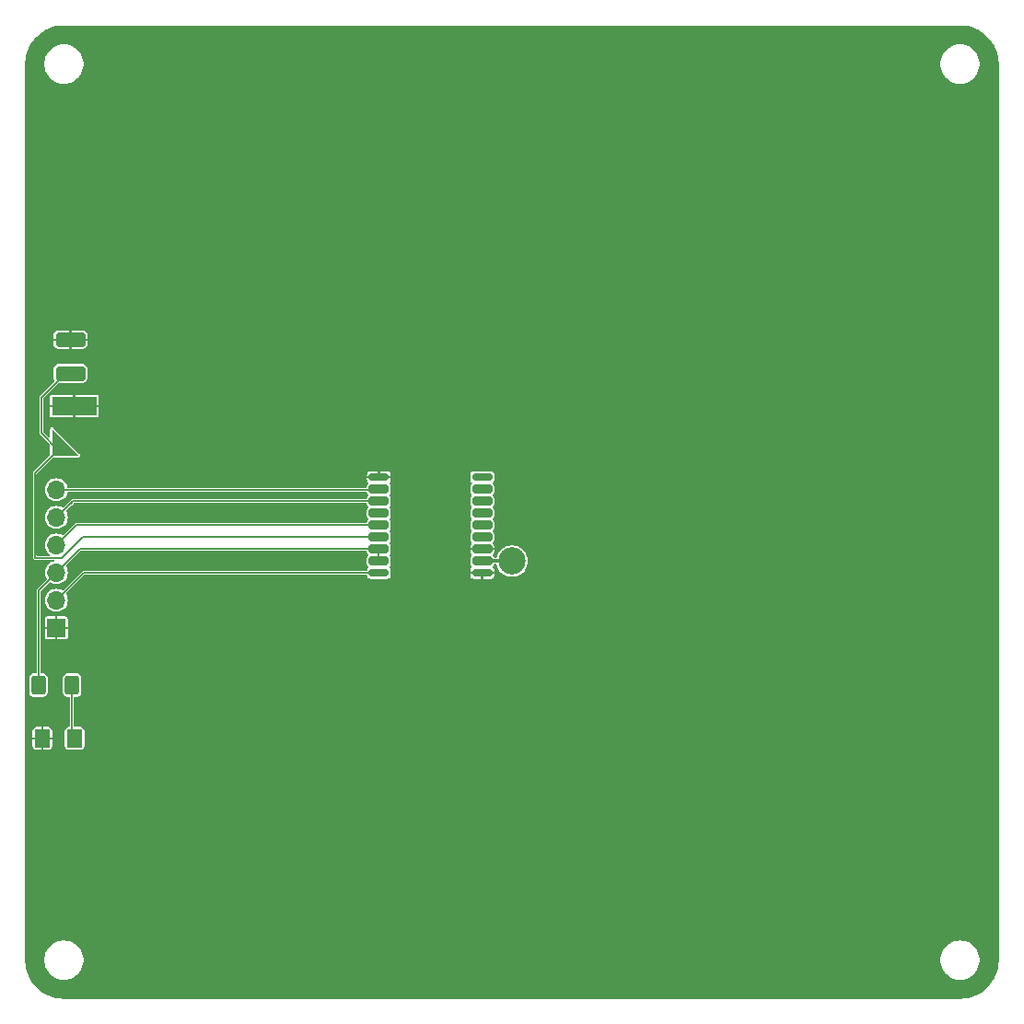
<source format=gbr>
%TF.GenerationSoftware,KiCad,Pcbnew,7.0.6-0*%
%TF.CreationDate,2024-12-08T09:24:40-03:00*%
%TF.ProjectId,CommsBoard,436f6d6d-7342-46f6-9172-642e6b696361,rev?*%
%TF.SameCoordinates,Original*%
%TF.FileFunction,Copper,L1,Top*%
%TF.FilePolarity,Positive*%
%FSLAX46Y46*%
G04 Gerber Fmt 4.6, Leading zero omitted, Abs format (unit mm)*
G04 Created by KiCad (PCBNEW 7.0.6-0) date 2024-12-08 09:24:40*
%MOMM*%
%LPD*%
G01*
G04 APERTURE LIST*
G04 Aperture macros list*
%AMRoundRect*
0 Rectangle with rounded corners*
0 $1 Rounding radius*
0 $2 $3 $4 $5 $6 $7 $8 $9 X,Y pos of 4 corners*
0 Add a 4 corners polygon primitive as box body*
4,1,4,$2,$3,$4,$5,$6,$7,$8,$9,$2,$3,0*
0 Add four circle primitives for the rounded corners*
1,1,$1+$1,$2,$3*
1,1,$1+$1,$4,$5*
1,1,$1+$1,$6,$7*
1,1,$1+$1,$8,$9*
0 Add four rect primitives between the rounded corners*
20,1,$1+$1,$2,$3,$4,$5,0*
20,1,$1+$1,$4,$5,$6,$7,0*
20,1,$1+$1,$6,$7,$8,$9,0*
20,1,$1+$1,$8,$9,$2,$3,0*%
%AMFreePoly0*
4,1,12,0.600035,0.600035,0.600050,0.600000,0.600050,-1.800000,0.600036,-1.800036,0.600000,-1.800050,0.599965,-1.800036,-1.800035,0.599965,-1.800050,0.600000,-1.800035,0.600035,-1.800000,0.600050,0.600000,0.600050,0.600035,0.600035,0.600035,0.600035,$1*%
G04 Aperture macros list end*
%TA.AperFunction,ComponentPad*%
%ADD10R,1.700000X1.700000*%
%TD*%
%TA.AperFunction,ComponentPad*%
%ADD11O,1.700000X1.700000*%
%TD*%
%TA.AperFunction,SMDPad,CuDef*%
%ADD12RoundRect,0.175000X-0.725000X-0.175000X0.725000X-0.175000X0.725000X0.175000X-0.725000X0.175000X0*%
%TD*%
%TA.AperFunction,SMDPad,CuDef*%
%ADD13RoundRect,0.200000X-0.700000X-0.200000X0.700000X-0.200000X0.700000X0.200000X-0.700000X0.200000X0*%
%TD*%
%TA.AperFunction,SMDPad,CuDef*%
%ADD14RoundRect,0.250000X0.400000X0.625000X-0.400000X0.625000X-0.400000X-0.625000X0.400000X-0.625000X0*%
%TD*%
%TA.AperFunction,SMDPad,CuDef*%
%ADD15RoundRect,0.250000X1.100000X-0.412500X1.100000X0.412500X-1.100000X0.412500X-1.100000X-0.412500X0*%
%TD*%
%TA.AperFunction,SMDPad,CuDef*%
%ADD16RoundRect,0.250001X-0.462499X-0.624999X0.462499X-0.624999X0.462499X0.624999X-0.462499X0.624999X0*%
%TD*%
%TA.AperFunction,SMDPad,CuDef*%
%ADD17FreePoly0,180.000000*%
%TD*%
%TA.AperFunction,SMDPad,CuDef*%
%ADD18R,4.100000X1.700000*%
%TD*%
%TA.AperFunction,SMDPad,CuDef*%
%ADD19C,2.500000*%
%TD*%
%TA.AperFunction,ViaPad*%
%ADD20C,0.609600*%
%TD*%
%TA.AperFunction,Conductor*%
%ADD21C,0.150000*%
%TD*%
%TA.AperFunction,Conductor*%
%ADD22C,0.319000*%
%TD*%
%TA.AperFunction,Conductor*%
%ADD23C,0.152400*%
%TD*%
G04 APERTURE END LIST*
D10*
%TO.P,J1,1,Pin_1*%
%TO.N,GND*%
X73610400Y-97550000D03*
D11*
%TO.P,J1,2,Pin_2*%
%TO.N,Net-(J1-Pin_2)*%
X73610400Y-95010000D03*
%TO.P,J1,3,Pin_3*%
%TO.N,Net-(J1-Pin_3)*%
X73610400Y-92470000D03*
%TO.P,J1,4,Pin_4*%
%TO.N,Net-(J1-Pin_4)*%
X73610400Y-89930000D03*
%TO.P,J1,5,Pin_5*%
%TO.N,Net-(J1-Pin_5)*%
X73610400Y-87390000D03*
%TO.P,J1,6,Pin_6*%
%TO.N,Net-(J1-Pin_6)*%
X73610400Y-84850000D03*
%TD*%
D12*
%TO.P,U1,1,GND*%
%TO.N,GND*%
X103270400Y-83690000D03*
D13*
%TO.P,U1,2,TXD*%
%TO.N,Net-(J1-Pin_6)*%
X103270400Y-84790000D03*
%TO.P,U1,3,RXD*%
%TO.N,Net-(J1-Pin_5)*%
X103270400Y-85890000D03*
%TO.P,U1,4,TIMEPULSE*%
%TO.N,unconnected-(U1-TIMEPULSE-Pad4)*%
X103270400Y-86990000D03*
%TO.P,U1,5,EXTINT*%
%TO.N,Net-(J1-Pin_4)*%
X103270400Y-88090000D03*
%TO.P,U1,6,V_BCKP*%
%TO.N,Net-(U1-V_BCKP)*%
X103270400Y-89190000D03*
%TO.P,U1,7,VCC_IO*%
%TO.N,Net-(J1-Pin_3)*%
X103270400Y-90290000D03*
%TO.P,U1,8,VCC*%
X103270400Y-91390000D03*
D12*
%TO.P,U1,9,~{RESET}*%
%TO.N,Net-(J1-Pin_2)*%
X103270400Y-92490000D03*
%TO.P,U1,10,GND*%
%TO.N,GND*%
X112770400Y-92490000D03*
D13*
%TO.P,U1,11,RF_IN*%
%TO.N,/RF_net*%
X112770400Y-91390000D03*
%TO.P,U1,12,GND*%
%TO.N,GND*%
X112770400Y-90290000D03*
%TO.P,U1,13,LNA_EN*%
%TO.N,unconnected-(U1-LNA_EN-Pad13)*%
X112770400Y-89190000D03*
%TO.P,U1,14,VCC_RF*%
%TO.N,unconnected-(U1-VCC_RF-Pad14)*%
X112770400Y-88090000D03*
%TO.P,U1,15,VIO_SEL*%
%TO.N,unconnected-(U1-VIO_SEL-Pad15)*%
X112770400Y-86990000D03*
%TO.P,U1,16,SDA*%
%TO.N,unconnected-(U1-SDA-Pad16)*%
X112770400Y-85890000D03*
%TO.P,U1,17,SCL*%
%TO.N,unconnected-(U1-SCL-Pad17)*%
X112770400Y-84790000D03*
D12*
%TO.P,U1,18,~{SAFEBOOT}*%
%TO.N,unconnected-(U1-~{SAFEBOOT}-Pad18)*%
X112770400Y-83690000D03*
%TD*%
D14*
%TO.P,R1,1*%
%TO.N,Net-(D1-A)*%
X75060400Y-102800000D03*
%TO.P,R1,2*%
%TO.N,Net-(J1-Pin_3)*%
X71960400Y-102800000D03*
%TD*%
D15*
%TO.P,C2,1*%
%TO.N,Net-(U1-V_BCKP)*%
X74910400Y-74162500D03*
%TO.P,C2,2*%
%TO.N,GND*%
X74910400Y-71037500D03*
%TD*%
D16*
%TO.P,D1,1,K*%
%TO.N,GND*%
X72322900Y-107700000D03*
%TO.P,D1,2,A*%
%TO.N,Net-(D1-A)*%
X75297900Y-107700000D03*
%TD*%
D17*
%TO.P,BT1,1*%
%TO.N,Net-(U1-V_BCKP)*%
X73810400Y-81110000D03*
D18*
%TO.P,BT1,2*%
%TO.N,GND*%
X75260400Y-77160000D03*
%TD*%
D19*
%TO.P,,1,RF@2*%
%TO.N,/RF_net*%
X115510400Y-91400000D03*
%TD*%
D20*
%TO.N,GND*%
X115910400Y-93210000D03*
X129610400Y-88100000D03*
X117510400Y-91410000D03*
X134310400Y-83500000D03*
X116810400Y-84900000D03*
X116710400Y-90010000D03*
X132910400Y-98100000D03*
X145510400Y-81600000D03*
X129810400Y-117000000D03*
X120310400Y-86500000D03*
X101210400Y-106500000D03*
X109510400Y-92510000D03*
X108710400Y-112800000D03*
X140910400Y-101600000D03*
X115110400Y-93210000D03*
X109610400Y-102100000D03*
X117310400Y-92210000D03*
X123010400Y-93800000D03*
X109410400Y-90310000D03*
X97310400Y-99400000D03*
X117310400Y-90610000D03*
X105010400Y-92100000D03*
X114310400Y-90010000D03*
X105010400Y-91000000D03*
X122010400Y-109300000D03*
X115110400Y-89610000D03*
X115910400Y-89610000D03*
X113010400Y-124000000D03*
X114310400Y-92810000D03*
X124410400Y-83700000D03*
X116710400Y-92810000D03*
X146110400Y-96800000D03*
X117210400Y-100800000D03*
X105510400Y-94400000D03*
X105210400Y-89500000D03*
%TD*%
D21*
%TO.N,Net-(J1-Pin_3)*%
X103270400Y-91390000D02*
X103270400Y-90290000D01*
%TO.N,Net-(J1-Pin_2)*%
X103270400Y-92490000D02*
X76130400Y-92490000D01*
X76130400Y-92490000D02*
X73610400Y-95010000D01*
%TO.N,Net-(J1-Pin_3)*%
X103270400Y-90290000D02*
X75790400Y-90290000D01*
X75790400Y-90290000D02*
X75645400Y-90435000D01*
%TO.N,Net-(U1-V_BCKP)*%
X103270400Y-89190000D02*
X76020400Y-89190000D01*
X71610400Y-83310000D02*
X73810400Y-81110000D01*
X76020400Y-89190000D02*
X74110400Y-91100000D01*
X74110400Y-91100000D02*
X71610400Y-91100000D01*
X71610400Y-91100000D02*
X71610400Y-83310000D01*
%TO.N,Net-(J1-Pin_4)*%
X103270400Y-88090000D02*
X75450400Y-88090000D01*
X75450400Y-88090000D02*
X73610400Y-89930000D01*
%TO.N,Net-(J1-Pin_5)*%
X73610400Y-87390000D02*
X75110400Y-85890000D01*
X75110400Y-85890000D02*
X103270400Y-85890000D01*
%TO.N,Net-(J1-Pin_6)*%
X73610400Y-84850000D02*
X103210400Y-84850000D01*
X103210400Y-84850000D02*
X103270400Y-84790000D01*
D22*
%TO.N,/RF_net*%
X115510400Y-91400000D02*
X112780400Y-91400000D01*
X112780400Y-91400000D02*
X112770400Y-91390000D01*
D21*
%TO.N,Net-(U1-V_BCKP)*%
X72210400Y-79600000D02*
X72210400Y-76390000D01*
X74437900Y-74162500D02*
X74910400Y-74162500D01*
X72210400Y-76390000D02*
X74437900Y-74162500D01*
X73720400Y-81110000D02*
X72210400Y-79600000D01*
X73810400Y-81110000D02*
X73720400Y-81110000D01*
%TO.N,Net-(J1-Pin_5)*%
X75030400Y-86100000D02*
X74965400Y-86035000D01*
D23*
%TO.N,Net-(J1-Pin_3)*%
X71960400Y-94120000D02*
X71960400Y-102800000D01*
X73610400Y-92470000D02*
X71960400Y-94120000D01*
X75645400Y-90435000D02*
X73610400Y-92470000D01*
D21*
%TO.N,Net-(J1-Pin_6)*%
X73695400Y-84935000D02*
X73610400Y-84850000D01*
%TO.N,Net-(D1-A)*%
X75060400Y-102800000D02*
X75060400Y-107462500D01*
X75060400Y-107462500D02*
X75297900Y-107700000D01*
%TD*%
%TA.AperFunction,Conductor*%
%TO.N,GND*%
G36*
X156649331Y-42150632D02*
G01*
X156656825Y-42150602D01*
X156656827Y-42150603D01*
X156682636Y-42150500D01*
X156682825Y-42150500D01*
X156701462Y-42150500D01*
X156703700Y-42150551D01*
X156852413Y-42157281D01*
X157046975Y-42166088D01*
X157051791Y-42166545D01*
X157392138Y-42215777D01*
X157396915Y-42216710D01*
X157730769Y-42299146D01*
X157735411Y-42300537D01*
X158059558Y-42415384D01*
X158064060Y-42417233D01*
X158375344Y-42563371D01*
X158379647Y-42565655D01*
X158675060Y-42741673D01*
X158679112Y-42744366D01*
X158955802Y-42948562D01*
X158959568Y-42951640D01*
X159214852Y-43182035D01*
X159218304Y-43185474D01*
X159449706Y-43439830D01*
X159452803Y-43443592D01*
X159604854Y-43647917D01*
X159658098Y-43719466D01*
X159660807Y-43723507D01*
X159837996Y-44018216D01*
X159840298Y-44022511D01*
X159987672Y-44333205D01*
X159989541Y-44337705D01*
X160105671Y-44661374D01*
X160107085Y-44666025D01*
X160140038Y-44797232D01*
X160190849Y-44999549D01*
X160191800Y-45004321D01*
X160192278Y-45007527D01*
X160242384Y-45344460D01*
X160242863Y-45349309D01*
X160259840Y-45693978D01*
X160259900Y-45696414D01*
X160259900Y-128093979D01*
X160259840Y-128096408D01*
X160242876Y-128441708D01*
X160242400Y-128446545D01*
X160191856Y-128787290D01*
X160190908Y-128792058D01*
X160107204Y-129126222D01*
X160105793Y-129130873D01*
X159989738Y-129455223D01*
X159987878Y-129459714D01*
X159840591Y-129771127D01*
X159838300Y-129775414D01*
X159661202Y-130070883D01*
X159658501Y-130074924D01*
X159453290Y-130351621D01*
X159450206Y-130355379D01*
X159218862Y-130610625D01*
X159215425Y-130614062D01*
X158960179Y-130845406D01*
X158956421Y-130848490D01*
X158679724Y-131053701D01*
X158675683Y-131056402D01*
X158380214Y-131233500D01*
X158375927Y-131235791D01*
X158064514Y-131383078D01*
X158060023Y-131384938D01*
X157735673Y-131500993D01*
X157731028Y-131502402D01*
X157396855Y-131586108D01*
X157392094Y-131587055D01*
X157051343Y-131637600D01*
X157046508Y-131638077D01*
X156754556Y-131652419D01*
X156730387Y-131650636D01*
X156726598Y-131649882D01*
X156724675Y-131649500D01*
X156724674Y-131649500D01*
X74301221Y-131649500D01*
X74298792Y-131649440D01*
X73954510Y-131632526D01*
X73949677Y-131632050D01*
X73609930Y-131581653D01*
X73605173Y-131580707D01*
X73271990Y-131497249D01*
X73267351Y-131495843D01*
X73157566Y-131456561D01*
X72943956Y-131380129D01*
X72939465Y-131378269D01*
X72628974Y-131231419D01*
X72624697Y-131229133D01*
X72330088Y-131052551D01*
X72326052Y-131049853D01*
X72050171Y-130845246D01*
X72046414Y-130842162D01*
X71878983Y-130690413D01*
X71791917Y-130611501D01*
X71788498Y-130608082D01*
X71593210Y-130392614D01*
X71557837Y-130353585D01*
X71554753Y-130349828D01*
X71350146Y-130073947D01*
X71347451Y-130069916D01*
X71170861Y-129775295D01*
X71168580Y-129771025D01*
X71147637Y-129726745D01*
X71021729Y-129460533D01*
X71019870Y-129456043D01*
X70937466Y-129225741D01*
X70904152Y-129132635D01*
X70902753Y-129128022D01*
X70819288Y-128794810D01*
X70818348Y-128790084D01*
X70767946Y-128450304D01*
X70767473Y-128445508D01*
X70757128Y-128234932D01*
X72499500Y-128234932D01*
X72539719Y-128501766D01*
X72539721Y-128501776D01*
X72619262Y-128759640D01*
X72619262Y-128759641D01*
X72736349Y-129002774D01*
X72888365Y-129225741D01*
X72888368Y-129225744D01*
X72888370Y-129225747D01*
X73071912Y-129423559D01*
X73071918Y-129423565D01*
X73282889Y-129591808D01*
X73282898Y-129591815D01*
X73516602Y-129726743D01*
X73767805Y-129825334D01*
X74030897Y-129885383D01*
X74111587Y-129891429D01*
X74232618Y-129900500D01*
X74232624Y-129900500D01*
X74367382Y-129900500D01*
X74477408Y-129892254D01*
X74569103Y-129885383D01*
X74832195Y-129825334D01*
X75083398Y-129726743D01*
X75317102Y-129591815D01*
X75482751Y-129459714D01*
X75528081Y-129423565D01*
X75528087Y-129423559D01*
X75711629Y-129225747D01*
X75711635Y-129225741D01*
X75863651Y-129002775D01*
X75980738Y-128759641D01*
X76060280Y-128501772D01*
X76100500Y-128234932D01*
X154899500Y-128234932D01*
X154939719Y-128501766D01*
X154939721Y-128501776D01*
X155019261Y-128759640D01*
X155019262Y-128759641D01*
X155136349Y-129002774D01*
X155288365Y-129225741D01*
X155288368Y-129225744D01*
X155288370Y-129225747D01*
X155471912Y-129423559D01*
X155471918Y-129423565D01*
X155682889Y-129591808D01*
X155682898Y-129591815D01*
X155916602Y-129726743D01*
X156167805Y-129825334D01*
X156430897Y-129885383D01*
X156511587Y-129891429D01*
X156632618Y-129900500D01*
X156632624Y-129900500D01*
X156767382Y-129900500D01*
X156877408Y-129892254D01*
X156969103Y-129885383D01*
X157232195Y-129825334D01*
X157483398Y-129726743D01*
X157717102Y-129591815D01*
X157882751Y-129459714D01*
X157928081Y-129423565D01*
X157928087Y-129423559D01*
X158111629Y-129225747D01*
X158111635Y-129225741D01*
X158263651Y-129002775D01*
X158380738Y-128759641D01*
X158460280Y-128501772D01*
X158500500Y-128234929D01*
X158500500Y-127965071D01*
X158460280Y-127698228D01*
X158380738Y-127440359D01*
X158263651Y-127197226D01*
X158111635Y-126974259D01*
X158111629Y-126974252D01*
X157928087Y-126776440D01*
X157928081Y-126776434D01*
X157717110Y-126608191D01*
X157717108Y-126608189D01*
X157717102Y-126608185D01*
X157483398Y-126473257D01*
X157483395Y-126473256D01*
X157483391Y-126473254D01*
X157232197Y-126374666D01*
X156969107Y-126314618D01*
X156969098Y-126314616D01*
X156767382Y-126299500D01*
X156767376Y-126299500D01*
X156632624Y-126299500D01*
X156632618Y-126299500D01*
X156430901Y-126314616D01*
X156430892Y-126314618D01*
X156167802Y-126374666D01*
X155916608Y-126473254D01*
X155916599Y-126473258D01*
X155796344Y-126542687D01*
X155682898Y-126608185D01*
X155682894Y-126608187D01*
X155682894Y-126608188D01*
X155682889Y-126608191D01*
X155471918Y-126776434D01*
X155471912Y-126776440D01*
X155288370Y-126974252D01*
X155288365Y-126974258D01*
X155288365Y-126974259D01*
X155136349Y-127197225D01*
X155136349Y-127197226D01*
X155136345Y-127197232D01*
X155019262Y-127440356D01*
X154939721Y-127698223D01*
X154939719Y-127698233D01*
X154899500Y-127965067D01*
X154899500Y-128234932D01*
X76100500Y-128234932D01*
X76100500Y-128234929D01*
X76100500Y-127965071D01*
X76060280Y-127698228D01*
X75980738Y-127440359D01*
X75863651Y-127197226D01*
X75711635Y-126974259D01*
X75711629Y-126974252D01*
X75528087Y-126776440D01*
X75528081Y-126776434D01*
X75317110Y-126608191D01*
X75317108Y-126608189D01*
X75317102Y-126608185D01*
X75083398Y-126473257D01*
X75083395Y-126473256D01*
X75083391Y-126473254D01*
X74832197Y-126374666D01*
X74569107Y-126314618D01*
X74569098Y-126314616D01*
X74367382Y-126299500D01*
X74367376Y-126299500D01*
X74232624Y-126299500D01*
X74232618Y-126299500D01*
X74030901Y-126314616D01*
X74030892Y-126314618D01*
X73767802Y-126374666D01*
X73516608Y-126473254D01*
X73516599Y-126473258D01*
X73396344Y-126542687D01*
X73282898Y-126608185D01*
X73282894Y-126608187D01*
X73282894Y-126608188D01*
X73282889Y-126608191D01*
X73071918Y-126776434D01*
X73071912Y-126776440D01*
X72888370Y-126974252D01*
X72888365Y-126974258D01*
X72888365Y-126974259D01*
X72736349Y-127197225D01*
X72736349Y-127197226D01*
X72736345Y-127197232D01*
X72619262Y-127440356D01*
X72539721Y-127698223D01*
X72539719Y-127698233D01*
X72499500Y-127965067D01*
X72499500Y-128234932D01*
X70757128Y-128234932D01*
X70757128Y-128234923D01*
X70750560Y-128101208D01*
X70750500Y-128098779D01*
X70750500Y-108379210D01*
X71410400Y-108379210D01*
X71413250Y-108409600D01*
X71458055Y-108537648D01*
X71538603Y-108646786D01*
X71538613Y-108646796D01*
X71647751Y-108727344D01*
X71775799Y-108772149D01*
X71806189Y-108774999D01*
X71806191Y-108775000D01*
X72222899Y-108775000D01*
X72222900Y-108774999D01*
X72222900Y-107800000D01*
X72422900Y-107800000D01*
X72422900Y-108774999D01*
X72422901Y-108775000D01*
X72839609Y-108775000D01*
X72839610Y-108774999D01*
X72870000Y-108772149D01*
X72998048Y-108727344D01*
X73107186Y-108646796D01*
X73107196Y-108646786D01*
X73187744Y-108537648D01*
X73232549Y-108409600D01*
X73235399Y-108379210D01*
X73235400Y-108379209D01*
X73235400Y-107800001D01*
X73235399Y-107800000D01*
X72422900Y-107800000D01*
X72222900Y-107800000D01*
X71410401Y-107800000D01*
X71410400Y-107800001D01*
X71410400Y-108379210D01*
X70750500Y-108379210D01*
X70750500Y-107599999D01*
X71410400Y-107599999D01*
X71410401Y-107600000D01*
X72222899Y-107600000D01*
X72222900Y-107599999D01*
X72422900Y-107599999D01*
X72422901Y-107600000D01*
X73235399Y-107600000D01*
X73235400Y-107599999D01*
X73235400Y-107020791D01*
X73235399Y-107020789D01*
X73232549Y-106990399D01*
X73187744Y-106862351D01*
X73107196Y-106753213D01*
X73107186Y-106753203D01*
X72998048Y-106672655D01*
X72870000Y-106627850D01*
X72839610Y-106625000D01*
X72422901Y-106625000D01*
X72422900Y-106625001D01*
X72422900Y-107599999D01*
X72222900Y-107599999D01*
X72222900Y-106625001D01*
X72222899Y-106625000D01*
X71806189Y-106625000D01*
X71775799Y-106627850D01*
X71647751Y-106672655D01*
X71538613Y-106753203D01*
X71538603Y-106753213D01*
X71458055Y-106862351D01*
X71413250Y-106990399D01*
X71410400Y-107020789D01*
X71410400Y-107599999D01*
X70750500Y-107599999D01*
X70750500Y-103479274D01*
X71109900Y-103479274D01*
X71112753Y-103509694D01*
X71112755Y-103509703D01*
X71157607Y-103637883D01*
X71238245Y-103747144D01*
X71238247Y-103747146D01*
X71238250Y-103747150D01*
X71238253Y-103747152D01*
X71238255Y-103747154D01*
X71347516Y-103827792D01*
X71347517Y-103827792D01*
X71347518Y-103827793D01*
X71475701Y-103872646D01*
X71506125Y-103875499D01*
X71506127Y-103875500D01*
X71506134Y-103875500D01*
X72414673Y-103875500D01*
X72414673Y-103875499D01*
X72445099Y-103872646D01*
X72573282Y-103827793D01*
X72682550Y-103747150D01*
X72763193Y-103637882D01*
X72808046Y-103509699D01*
X72810899Y-103479274D01*
X74209900Y-103479274D01*
X74212753Y-103509694D01*
X74212755Y-103509703D01*
X74257607Y-103637883D01*
X74338245Y-103747144D01*
X74338247Y-103747146D01*
X74338250Y-103747150D01*
X74338253Y-103747152D01*
X74338255Y-103747154D01*
X74447516Y-103827792D01*
X74447517Y-103827792D01*
X74447518Y-103827793D01*
X74575701Y-103872646D01*
X74606125Y-103875499D01*
X74606127Y-103875500D01*
X74606134Y-103875500D01*
X74795900Y-103875500D01*
X74854091Y-103894407D01*
X74890055Y-103943907D01*
X74894900Y-103974500D01*
X74894900Y-106525500D01*
X74875993Y-106583691D01*
X74826493Y-106619655D01*
X74795906Y-106624500D01*
X74781135Y-106624500D01*
X74750705Y-106627353D01*
X74750702Y-106627353D01*
X74750702Y-106627354D01*
X74736517Y-106632317D01*
X74622514Y-106672208D01*
X74513255Y-106752845D01*
X74513245Y-106752855D01*
X74432608Y-106862114D01*
X74387753Y-106990305D01*
X74384900Y-107020726D01*
X74384900Y-108379265D01*
X74387753Y-108409694D01*
X74432608Y-108537885D01*
X74513245Y-108647144D01*
X74513247Y-108647146D01*
X74513250Y-108647150D01*
X74513253Y-108647152D01*
X74513255Y-108647154D01*
X74622514Y-108727791D01*
X74622516Y-108727791D01*
X74622518Y-108727793D01*
X74750702Y-108772646D01*
X74781135Y-108775500D01*
X75814664Y-108775499D01*
X75814665Y-108775499D01*
X75820750Y-108774928D01*
X75845098Y-108772646D01*
X75973282Y-108727793D01*
X75973891Y-108727344D01*
X76009704Y-108700912D01*
X76082550Y-108647150D01*
X76163193Y-108537882D01*
X76208046Y-108409698D01*
X76210900Y-108379265D01*
X76210899Y-107020736D01*
X76208046Y-106990302D01*
X76163193Y-106862118D01*
X76163191Y-106862116D01*
X76163191Y-106862114D01*
X76082554Y-106752855D01*
X76082552Y-106752853D01*
X76082550Y-106752850D01*
X76082546Y-106752847D01*
X76082544Y-106752845D01*
X75973285Y-106672208D01*
X75959097Y-106667243D01*
X75845098Y-106627354D01*
X75845096Y-106627353D01*
X75845094Y-106627353D01*
X75814673Y-106624500D01*
X75814665Y-106624500D01*
X75324900Y-106624500D01*
X75266709Y-106605593D01*
X75230745Y-106556093D01*
X75225900Y-106525500D01*
X75225900Y-103974500D01*
X75244807Y-103916309D01*
X75294307Y-103880345D01*
X75324900Y-103875500D01*
X75514673Y-103875500D01*
X75514673Y-103875499D01*
X75545099Y-103872646D01*
X75673282Y-103827793D01*
X75782550Y-103747150D01*
X75863193Y-103637882D01*
X75908046Y-103509699D01*
X75910899Y-103479273D01*
X75910900Y-103479273D01*
X75910900Y-102120726D01*
X75910899Y-102120725D01*
X75908046Y-102090305D01*
X75908046Y-102090301D01*
X75863193Y-101962118D01*
X75782550Y-101852850D01*
X75782546Y-101852847D01*
X75782544Y-101852845D01*
X75673283Y-101772207D01*
X75545103Y-101727355D01*
X75545094Y-101727353D01*
X75514674Y-101724500D01*
X75514666Y-101724500D01*
X74606134Y-101724500D01*
X74606125Y-101724500D01*
X74575705Y-101727353D01*
X74575696Y-101727355D01*
X74447516Y-101772207D01*
X74338255Y-101852845D01*
X74338245Y-101852855D01*
X74257607Y-101962116D01*
X74212755Y-102090296D01*
X74212753Y-102090305D01*
X74209900Y-102120725D01*
X74209900Y-103479274D01*
X72810899Y-103479274D01*
X72810899Y-103479273D01*
X72810900Y-103479273D01*
X72810900Y-102120726D01*
X72810899Y-102120725D01*
X72808046Y-102090305D01*
X72808046Y-102090301D01*
X72763193Y-101962118D01*
X72682550Y-101852850D01*
X72682546Y-101852847D01*
X72682544Y-101852845D01*
X72573283Y-101772207D01*
X72445103Y-101727355D01*
X72445094Y-101727353D01*
X72414674Y-101724500D01*
X72414666Y-101724500D01*
X72226100Y-101724500D01*
X72167909Y-101705593D01*
X72131945Y-101656093D01*
X72127100Y-101625500D01*
X72127100Y-98419700D01*
X72560400Y-98419700D01*
X72572003Y-98478036D01*
X72616206Y-98544189D01*
X72616210Y-98544193D01*
X72682363Y-98588396D01*
X72740699Y-98599999D01*
X72740703Y-98600000D01*
X73510399Y-98600000D01*
X73510400Y-98599999D01*
X73510400Y-98040764D01*
X73574637Y-98050000D01*
X73646163Y-98050000D01*
X73710400Y-98040764D01*
X73710400Y-98599999D01*
X73710401Y-98600000D01*
X74480097Y-98600000D01*
X74480100Y-98599999D01*
X74538436Y-98588396D01*
X74604589Y-98544193D01*
X74604593Y-98544189D01*
X74648796Y-98478036D01*
X74660399Y-98419700D01*
X74660400Y-98419697D01*
X74660400Y-97650001D01*
X74660399Y-97650000D01*
X74102146Y-97650000D01*
X74110400Y-97621889D01*
X74110400Y-97478111D01*
X74102146Y-97450000D01*
X74660399Y-97450000D01*
X74660400Y-97449999D01*
X74660400Y-96680302D01*
X74660399Y-96680299D01*
X74648796Y-96621963D01*
X74604593Y-96555810D01*
X74604589Y-96555806D01*
X74538436Y-96511603D01*
X74480100Y-96500000D01*
X73710400Y-96500000D01*
X73710400Y-97059235D01*
X73646163Y-97050000D01*
X73574637Y-97050000D01*
X73510400Y-97059235D01*
X73510400Y-96500000D01*
X72740699Y-96500000D01*
X72682363Y-96511603D01*
X72616210Y-96555806D01*
X72616206Y-96555810D01*
X72572003Y-96621963D01*
X72560400Y-96680299D01*
X72560400Y-97449999D01*
X72560401Y-97450000D01*
X73118654Y-97450000D01*
X73110400Y-97478111D01*
X73110400Y-97621889D01*
X73118654Y-97650000D01*
X72560401Y-97650000D01*
X72560400Y-97650001D01*
X72560400Y-98419700D01*
X72127100Y-98419700D01*
X72127100Y-94230056D01*
X72146007Y-94171865D01*
X72156090Y-94160058D01*
X72935874Y-93380273D01*
X72990389Y-93352498D01*
X73050821Y-93362069D01*
X73052506Y-93362948D01*
X73206446Y-93445232D01*
X73344397Y-93487078D01*
X73404465Y-93505300D01*
X73404470Y-93505301D01*
X73610397Y-93525583D01*
X73610400Y-93525583D01*
X73610403Y-93525583D01*
X73816329Y-93505301D01*
X73816334Y-93505300D01*
X73816333Y-93505299D01*
X74014354Y-93445232D01*
X74196850Y-93347685D01*
X74356810Y-93216410D01*
X74488085Y-93056450D01*
X74585632Y-92873954D01*
X74645700Y-92675934D01*
X74645701Y-92675929D01*
X74665983Y-92470003D01*
X74665983Y-92469996D01*
X74645701Y-92264070D01*
X74645700Y-92264065D01*
X74594137Y-92094084D01*
X74585632Y-92066046D01*
X74503368Y-91912143D01*
X74492613Y-91851912D01*
X74519314Y-91796861D01*
X74520676Y-91795472D01*
X74821379Y-91494770D01*
X75777588Y-90538562D01*
X75777591Y-90538555D01*
X75781876Y-90533087D01*
X75785840Y-90528611D01*
X75829957Y-90484495D01*
X75884475Y-90456718D01*
X75899960Y-90455500D01*
X102074890Y-90455500D01*
X102133081Y-90474407D01*
X102169045Y-90523907D01*
X102172671Y-90539014D01*
X102184752Y-90615300D01*
X102184754Y-90615304D01*
X102242350Y-90728342D01*
X102284006Y-90769998D01*
X102311782Y-90824513D01*
X102302211Y-90884945D01*
X102284007Y-90910000D01*
X102259508Y-90934500D01*
X102242349Y-90951659D01*
X102184754Y-91064695D01*
X102169900Y-91158477D01*
X102169900Y-91621520D01*
X102169901Y-91621523D01*
X102184752Y-91715299D01*
X102184754Y-91715304D01*
X102242350Y-91828342D01*
X102301683Y-91887675D01*
X102329459Y-91942190D01*
X102319888Y-92002622D01*
X102301682Y-92027680D01*
X102235574Y-92093788D01*
X102180535Y-92206373D01*
X102180534Y-92206375D01*
X102175667Y-92239774D01*
X102148570Y-92294629D01*
X102094402Y-92323081D01*
X102077703Y-92324500D01*
X76154433Y-92324500D01*
X76136587Y-92322878D01*
X76120109Y-92319858D01*
X76120105Y-92319858D01*
X76087369Y-92330059D01*
X76084488Y-92330862D01*
X76051187Y-92339070D01*
X76048508Y-92340476D01*
X76047665Y-92340825D01*
X76045538Y-92342024D01*
X76044794Y-92342572D01*
X76042217Y-92344129D01*
X76017968Y-92368378D01*
X76015793Y-92370426D01*
X75990117Y-92393173D01*
X75988416Y-92395638D01*
X75976951Y-92409395D01*
X74286031Y-94100315D01*
X74231514Y-94128092D01*
X74171082Y-94118521D01*
X74169430Y-94117659D01*
X74014354Y-94034768D01*
X74014353Y-94034767D01*
X73816334Y-93974699D01*
X73816329Y-93974698D01*
X73610403Y-93954417D01*
X73610397Y-93954417D01*
X73404470Y-93974698D01*
X73404465Y-93974699D01*
X73206445Y-94034768D01*
X73023947Y-94132316D01*
X72863995Y-94263585D01*
X72863985Y-94263595D01*
X72732716Y-94423547D01*
X72635168Y-94606045D01*
X72575099Y-94804065D01*
X72575098Y-94804070D01*
X72554817Y-95009996D01*
X72554817Y-95010003D01*
X72575098Y-95215929D01*
X72575099Y-95215934D01*
X72635168Y-95413954D01*
X72732716Y-95596452D01*
X72863985Y-95756404D01*
X72863990Y-95756410D01*
X72863995Y-95756414D01*
X73023947Y-95887683D01*
X73023948Y-95887683D01*
X73023950Y-95887685D01*
X73206446Y-95985232D01*
X73344397Y-96027078D01*
X73404465Y-96045300D01*
X73404470Y-96045301D01*
X73610397Y-96065583D01*
X73610400Y-96065583D01*
X73610403Y-96065583D01*
X73816329Y-96045301D01*
X73816334Y-96045300D01*
X73816333Y-96045300D01*
X74014354Y-95985232D01*
X74196850Y-95887685D01*
X74356810Y-95756410D01*
X74488085Y-95596450D01*
X74585632Y-95413954D01*
X74645700Y-95215934D01*
X74645701Y-95215929D01*
X74665983Y-95010003D01*
X74665983Y-95009996D01*
X74645701Y-94804070D01*
X74645700Y-94804065D01*
X74627478Y-94743996D01*
X74585632Y-94606046D01*
X74502777Y-94451038D01*
X74492022Y-94390806D01*
X74518723Y-94335755D01*
X74520033Y-94334417D01*
X76169955Y-92684496D01*
X76224473Y-92656719D01*
X76239960Y-92655500D01*
X102077703Y-92655500D01*
X102135894Y-92674407D01*
X102171858Y-92723907D01*
X102175667Y-92740219D01*
X102180534Y-92773625D01*
X102235574Y-92886211D01*
X102324189Y-92974826D01*
X102436775Y-93029866D01*
X102509764Y-93040500D01*
X102509767Y-93040500D01*
X104031032Y-93040500D01*
X104031036Y-93040500D01*
X104104025Y-93029866D01*
X104216611Y-92974826D01*
X104305226Y-92886211D01*
X104360266Y-92773625D01*
X104370900Y-92700636D01*
X104370900Y-92700584D01*
X111670399Y-92700584D01*
X111681020Y-92773480D01*
X111735986Y-92885915D01*
X111824484Y-92974413D01*
X111936919Y-93029379D01*
X112009815Y-93040000D01*
X112670399Y-93040000D01*
X112670400Y-93039999D01*
X112670400Y-92590000D01*
X112870400Y-92590000D01*
X112870400Y-93039999D01*
X112870401Y-93040000D01*
X113530984Y-93040000D01*
X113603880Y-93029379D01*
X113716315Y-92974413D01*
X113804813Y-92885915D01*
X113859779Y-92773480D01*
X113870400Y-92700584D01*
X113870400Y-92590001D01*
X113870399Y-92590000D01*
X112870400Y-92590000D01*
X112670400Y-92590000D01*
X111670401Y-92590000D01*
X111670400Y-92590001D01*
X111670400Y-92700584D01*
X111670399Y-92700584D01*
X104370900Y-92700584D01*
X104370900Y-92279364D01*
X104360266Y-92206375D01*
X104305226Y-92093789D01*
X104239115Y-92027678D01*
X104211340Y-91973164D01*
X104220911Y-91912732D01*
X104239115Y-91887676D01*
X104298450Y-91828342D01*
X104356046Y-91715304D01*
X104370900Y-91621520D01*
X111669900Y-91621520D01*
X111669901Y-91621523D01*
X111684752Y-91715299D01*
X111684754Y-91715304D01*
X111742350Y-91828342D01*
X111802037Y-91888029D01*
X111829813Y-91942544D01*
X111820242Y-92002976D01*
X111802036Y-92028035D01*
X111735986Y-92094084D01*
X111681020Y-92206519D01*
X111670400Y-92279415D01*
X111670400Y-92389999D01*
X111670401Y-92390000D01*
X113870399Y-92390000D01*
X113870400Y-92389999D01*
X113870400Y-92279415D01*
X113859779Y-92206519D01*
X113804813Y-92094084D01*
X113738764Y-92028035D01*
X113710986Y-91973519D01*
X113720557Y-91913087D01*
X113738761Y-91888030D01*
X113798450Y-91828342D01*
X113856046Y-91715304D01*
X113856045Y-91715304D01*
X113859584Y-91708361D01*
X113861594Y-91709385D01*
X113890994Y-91668913D01*
X113949183Y-91650000D01*
X114000368Y-91650000D01*
X114058559Y-91668907D01*
X114094523Y-91718407D01*
X114096339Y-91724697D01*
X114128847Y-91853074D01*
X114133790Y-91872591D01*
X114177905Y-91973164D01*
X114230350Y-92092727D01*
X114230353Y-92092732D01*
X114361825Y-92293964D01*
X114361827Y-92293966D01*
X114361829Y-92293969D01*
X114524636Y-92470825D01*
X114714333Y-92618472D01*
X114836335Y-92684496D01*
X114909159Y-92723907D01*
X114925744Y-92732882D01*
X115153103Y-92810934D01*
X115390208Y-92850500D01*
X115630592Y-92850500D01*
X115867697Y-92810934D01*
X116095056Y-92732882D01*
X116306467Y-92618472D01*
X116496164Y-92470825D01*
X116658971Y-92293969D01*
X116790449Y-92092728D01*
X116887010Y-91872591D01*
X116946020Y-91639563D01*
X116965871Y-91400000D01*
X116946020Y-91160437D01*
X116887010Y-90927409D01*
X116790449Y-90707272D01*
X116790446Y-90707267D01*
X116658974Y-90506035D01*
X116658972Y-90506033D01*
X116658971Y-90506031D01*
X116496164Y-90329175D01*
X116342271Y-90209395D01*
X116306470Y-90181530D01*
X116306467Y-90181528D01*
X116095059Y-90067119D01*
X116018941Y-90040988D01*
X115867697Y-89989066D01*
X115867694Y-89989065D01*
X115867693Y-89989065D01*
X115630592Y-89949500D01*
X115390208Y-89949500D01*
X115153106Y-89989065D01*
X114925740Y-90067119D01*
X114714332Y-90181528D01*
X114714329Y-90181530D01*
X114524639Y-90329172D01*
X114361825Y-90506035D01*
X114230353Y-90707267D01*
X114230350Y-90707272D01*
X114133788Y-90927414D01*
X114096339Y-91075303D01*
X114063725Y-91127071D01*
X114006912Y-91149784D01*
X114000368Y-91150000D01*
X113954110Y-91150000D01*
X113895919Y-91131093D01*
X113859955Y-91081593D01*
X113856330Y-91066495D01*
X113856046Y-91064696D01*
X113798450Y-90951658D01*
X113756440Y-90909648D01*
X113728665Y-90855134D01*
X113738236Y-90794702D01*
X113756442Y-90769643D01*
X113798041Y-90728043D01*
X113855563Y-90615151D01*
X113855564Y-90615147D01*
X113870400Y-90521484D01*
X113870399Y-90390000D01*
X111670402Y-90390000D01*
X111670401Y-90390001D01*
X111670401Y-90521485D01*
X111685233Y-90615141D01*
X111685236Y-90615151D01*
X111742758Y-90728043D01*
X111784358Y-90769643D01*
X111812135Y-90824160D01*
X111802564Y-90884592D01*
X111784360Y-90909647D01*
X111759508Y-90934500D01*
X111742349Y-90951659D01*
X111684754Y-91064695D01*
X111669900Y-91158477D01*
X111669900Y-91621520D01*
X104370900Y-91621520D01*
X104370900Y-91621519D01*
X104370899Y-91158482D01*
X104365924Y-91127071D01*
X104356047Y-91064700D01*
X104356046Y-91064698D01*
X104356046Y-91064696D01*
X104298450Y-90951658D01*
X104256793Y-90910001D01*
X104229018Y-90855487D01*
X104238589Y-90795055D01*
X104256792Y-90769999D01*
X104298450Y-90728342D01*
X104356046Y-90615304D01*
X104370900Y-90521519D01*
X104370899Y-90058482D01*
X104359906Y-89989066D01*
X104356047Y-89964700D01*
X104356046Y-89964698D01*
X104356046Y-89964696D01*
X104298450Y-89851658D01*
X104256793Y-89810001D01*
X104229018Y-89755487D01*
X104238589Y-89695055D01*
X104256792Y-89669999D01*
X104298450Y-89628342D01*
X104356046Y-89515304D01*
X104370900Y-89421520D01*
X111669900Y-89421520D01*
X111669901Y-89421523D01*
X111684752Y-89515299D01*
X111684754Y-89515304D01*
X111742350Y-89628342D01*
X111784359Y-89670351D01*
X111812135Y-89724866D01*
X111802564Y-89785298D01*
X111784358Y-89810357D01*
X111742758Y-89851956D01*
X111685236Y-89964848D01*
X111685235Y-89964852D01*
X111670400Y-90058515D01*
X111670400Y-90189999D01*
X111670401Y-90190000D01*
X113870398Y-90190000D01*
X113870399Y-90189999D01*
X113870399Y-90058516D01*
X113870398Y-90058514D01*
X113855566Y-89964858D01*
X113855563Y-89964848D01*
X113798041Y-89851956D01*
X113756442Y-89810357D01*
X113728665Y-89755840D01*
X113738236Y-89695408D01*
X113756439Y-89670352D01*
X113798450Y-89628342D01*
X113856046Y-89515304D01*
X113870900Y-89421519D01*
X113870899Y-88958482D01*
X113860798Y-88894699D01*
X113856047Y-88864700D01*
X113856046Y-88864698D01*
X113856046Y-88864696D01*
X113798450Y-88751658D01*
X113756793Y-88710001D01*
X113729018Y-88655487D01*
X113738589Y-88595055D01*
X113756792Y-88569999D01*
X113798450Y-88528342D01*
X113856046Y-88415304D01*
X113870900Y-88321519D01*
X113870899Y-87858482D01*
X113856046Y-87764696D01*
X113798450Y-87651658D01*
X113756793Y-87610001D01*
X113729018Y-87555487D01*
X113738589Y-87495055D01*
X113756792Y-87469999D01*
X113798450Y-87428342D01*
X113856046Y-87315304D01*
X113870900Y-87221519D01*
X113870899Y-86758482D01*
X113856046Y-86664696D01*
X113798450Y-86551658D01*
X113756793Y-86510001D01*
X113729018Y-86455487D01*
X113738589Y-86395055D01*
X113756792Y-86369999D01*
X113798450Y-86328342D01*
X113856046Y-86215304D01*
X113870900Y-86121519D01*
X113870899Y-85658482D01*
X113856046Y-85564696D01*
X113798450Y-85451658D01*
X113756793Y-85410001D01*
X113729018Y-85355487D01*
X113738589Y-85295055D01*
X113756792Y-85269999D01*
X113798450Y-85228342D01*
X113856046Y-85115304D01*
X113870900Y-85021519D01*
X113870899Y-84558482D01*
X113870898Y-84558478D01*
X113870898Y-84558476D01*
X113856047Y-84464700D01*
X113856046Y-84464698D01*
X113856046Y-84464696D01*
X113798450Y-84351658D01*
X113739115Y-84292323D01*
X113711340Y-84237809D01*
X113720911Y-84177377D01*
X113739115Y-84152321D01*
X113805226Y-84086211D01*
X113860266Y-83973625D01*
X113870900Y-83900636D01*
X113870900Y-83479364D01*
X113860266Y-83406375D01*
X113805226Y-83293789D01*
X113716611Y-83205174D01*
X113604025Y-83150134D01*
X113604026Y-83150134D01*
X113585777Y-83147475D01*
X113531036Y-83139500D01*
X112009764Y-83139500D01*
X111965970Y-83145880D01*
X111936773Y-83150134D01*
X111824190Y-83205173D01*
X111735573Y-83293790D01*
X111680534Y-83406373D01*
X111680533Y-83406375D01*
X111680534Y-83406375D01*
X111669900Y-83479364D01*
X111669900Y-83900636D01*
X111680534Y-83973625D01*
X111735574Y-84086211D01*
X111801683Y-84152320D01*
X111829459Y-84206835D01*
X111819888Y-84267267D01*
X111801682Y-84292325D01*
X111742351Y-84351656D01*
X111742350Y-84351658D01*
X111684754Y-84464695D01*
X111669900Y-84558477D01*
X111669900Y-85021520D01*
X111669901Y-85021523D01*
X111684752Y-85115299D01*
X111684754Y-85115304D01*
X111742350Y-85228342D01*
X111784006Y-85269998D01*
X111811782Y-85324513D01*
X111802211Y-85384945D01*
X111784007Y-85410000D01*
X111757558Y-85436450D01*
X111742349Y-85451659D01*
X111684754Y-85564695D01*
X111669900Y-85658477D01*
X111669900Y-86121520D01*
X111669901Y-86121523D01*
X111684752Y-86215299D01*
X111684754Y-86215304D01*
X111742350Y-86328342D01*
X111784006Y-86369998D01*
X111811782Y-86424513D01*
X111802211Y-86484945D01*
X111784007Y-86510000D01*
X111755918Y-86538090D01*
X111742349Y-86551659D01*
X111684754Y-86664695D01*
X111669900Y-86758477D01*
X111669900Y-87221520D01*
X111669901Y-87221523D01*
X111684752Y-87315299D01*
X111684754Y-87315304D01*
X111742350Y-87428342D01*
X111784006Y-87469998D01*
X111811782Y-87524513D01*
X111802211Y-87584945D01*
X111784007Y-87610000D01*
X111742349Y-87651658D01*
X111742349Y-87651659D01*
X111684754Y-87764695D01*
X111669900Y-87858477D01*
X111669900Y-88321520D01*
X111669901Y-88321523D01*
X111684752Y-88415299D01*
X111684754Y-88415304D01*
X111742350Y-88528342D01*
X111784006Y-88569998D01*
X111811782Y-88624513D01*
X111802211Y-88684945D01*
X111784007Y-88710000D01*
X111742349Y-88751658D01*
X111742349Y-88751659D01*
X111684754Y-88864695D01*
X111669900Y-88958477D01*
X111669900Y-89421520D01*
X104370900Y-89421520D01*
X104370900Y-89421519D01*
X104370899Y-88958482D01*
X104360798Y-88894699D01*
X104356047Y-88864700D01*
X104356046Y-88864698D01*
X104356046Y-88864696D01*
X104298450Y-88751658D01*
X104256793Y-88710001D01*
X104229018Y-88655487D01*
X104238589Y-88595055D01*
X104256792Y-88569999D01*
X104298450Y-88528342D01*
X104356046Y-88415304D01*
X104370900Y-88321519D01*
X104370899Y-87858482D01*
X104356046Y-87764696D01*
X104298450Y-87651658D01*
X104256793Y-87610001D01*
X104229018Y-87555487D01*
X104238589Y-87495055D01*
X104256792Y-87469999D01*
X104298450Y-87428342D01*
X104356046Y-87315304D01*
X104370900Y-87221519D01*
X104370899Y-86758482D01*
X104356046Y-86664696D01*
X104298450Y-86551658D01*
X104256793Y-86510001D01*
X104229018Y-86455487D01*
X104238589Y-86395055D01*
X104256792Y-86369999D01*
X104298450Y-86328342D01*
X104356046Y-86215304D01*
X104370900Y-86121519D01*
X104370899Y-85658482D01*
X104356046Y-85564696D01*
X104298450Y-85451658D01*
X104256793Y-85410001D01*
X104229018Y-85355487D01*
X104238589Y-85295055D01*
X104256792Y-85269999D01*
X104298450Y-85228342D01*
X104356046Y-85115304D01*
X104370900Y-85021519D01*
X104370899Y-84558482D01*
X104370898Y-84558478D01*
X104370898Y-84558476D01*
X104356047Y-84464700D01*
X104356046Y-84464698D01*
X104356046Y-84464696D01*
X104298450Y-84351658D01*
X104238762Y-84291970D01*
X104210987Y-84237456D01*
X104220558Y-84177024D01*
X104238764Y-84151965D01*
X104304813Y-84085915D01*
X104359779Y-83973480D01*
X104370400Y-83900584D01*
X104370400Y-83790001D01*
X104370399Y-83790000D01*
X102170401Y-83790000D01*
X102170400Y-83790001D01*
X102170400Y-83900584D01*
X102170399Y-83900584D01*
X102181020Y-83973480D01*
X102235986Y-84085915D01*
X102302036Y-84151965D01*
X102329813Y-84206482D01*
X102320242Y-84266914D01*
X102302038Y-84291969D01*
X102242352Y-84351656D01*
X102242349Y-84351659D01*
X102184754Y-84464695D01*
X102169900Y-84558478D01*
X102169900Y-84585500D01*
X102150993Y-84643691D01*
X102101493Y-84679655D01*
X102070900Y-84684500D01*
X74731389Y-84684500D01*
X74673198Y-84665593D01*
X74637234Y-84616093D01*
X74636652Y-84614238D01*
X74619737Y-84558476D01*
X74585632Y-84446046D01*
X74488085Y-84263550D01*
X74466670Y-84237456D01*
X74356814Y-84103595D01*
X74356810Y-84103590D01*
X74335273Y-84085915D01*
X74196852Y-83972316D01*
X74014354Y-83874768D01*
X73816334Y-83814699D01*
X73816329Y-83814698D01*
X73610403Y-83794417D01*
X73610397Y-83794417D01*
X73404470Y-83814698D01*
X73404465Y-83814699D01*
X73206445Y-83874768D01*
X73023947Y-83972316D01*
X72863995Y-84103585D01*
X72863985Y-84103595D01*
X72732716Y-84263547D01*
X72635168Y-84446045D01*
X72575099Y-84644065D01*
X72575098Y-84644070D01*
X72554817Y-84849996D01*
X72554817Y-84850003D01*
X72575098Y-85055929D01*
X72575099Y-85055934D01*
X72635168Y-85253954D01*
X72732716Y-85436452D01*
X72837962Y-85564695D01*
X72863990Y-85596410D01*
X72863995Y-85596414D01*
X73023947Y-85727683D01*
X73023948Y-85727683D01*
X73023950Y-85727685D01*
X73206446Y-85825232D01*
X73344397Y-85867078D01*
X73404465Y-85885300D01*
X73404470Y-85885301D01*
X73610397Y-85905583D01*
X73610400Y-85905583D01*
X73610403Y-85905583D01*
X73816329Y-85885301D01*
X73816334Y-85885300D01*
X73821599Y-85883703D01*
X74014354Y-85825232D01*
X74196850Y-85727685D01*
X74356810Y-85596410D01*
X74488085Y-85436450D01*
X74585632Y-85253954D01*
X74636651Y-85085762D01*
X74671637Y-85035565D01*
X74729445Y-85015519D01*
X74731389Y-85015500D01*
X102084392Y-85015500D01*
X102142583Y-85034407D01*
X102178547Y-85083907D01*
X102182173Y-85099013D01*
X102184752Y-85115300D01*
X102184754Y-85115304D01*
X102242350Y-85228342D01*
X102284006Y-85269998D01*
X102311782Y-85324513D01*
X102302211Y-85384945D01*
X102284007Y-85410000D01*
X102257558Y-85436450D01*
X102242349Y-85451659D01*
X102184754Y-85564694D01*
X102172670Y-85640988D01*
X102144892Y-85695504D01*
X102090375Y-85723281D01*
X102074889Y-85724500D01*
X75134433Y-85724500D01*
X75116587Y-85722878D01*
X75100109Y-85719858D01*
X75100105Y-85719858D01*
X75067369Y-85730059D01*
X75064488Y-85730862D01*
X75031187Y-85739070D01*
X75028508Y-85740476D01*
X75027665Y-85740825D01*
X75025538Y-85742024D01*
X75024794Y-85742572D01*
X75022217Y-85744129D01*
X74997968Y-85768378D01*
X74995793Y-85770426D01*
X74970117Y-85793173D01*
X74968416Y-85795638D01*
X74956951Y-85809395D01*
X74882643Y-85883703D01*
X74869332Y-85892892D01*
X74869738Y-85893411D01*
X74860278Y-85900822D01*
X74843143Y-85922692D01*
X74839177Y-85927168D01*
X74286031Y-86480315D01*
X74231514Y-86508092D01*
X74171082Y-86498521D01*
X74169430Y-86497659D01*
X74014354Y-86414768D01*
X74014353Y-86414767D01*
X73816334Y-86354699D01*
X73816329Y-86354698D01*
X73610403Y-86334417D01*
X73610397Y-86334417D01*
X73404470Y-86354698D01*
X73404465Y-86354699D01*
X73206445Y-86414768D01*
X73023947Y-86512316D01*
X72863995Y-86643585D01*
X72863985Y-86643595D01*
X72732716Y-86803547D01*
X72635168Y-86986045D01*
X72575099Y-87184065D01*
X72575098Y-87184070D01*
X72554817Y-87389996D01*
X72554817Y-87390003D01*
X72575098Y-87595929D01*
X72575099Y-87595934D01*
X72635168Y-87793954D01*
X72732716Y-87976452D01*
X72863985Y-88136404D01*
X72863990Y-88136410D01*
X72863995Y-88136414D01*
X73023947Y-88267683D01*
X73023948Y-88267683D01*
X73023950Y-88267685D01*
X73206446Y-88365232D01*
X73344397Y-88407078D01*
X73404465Y-88425300D01*
X73404470Y-88425301D01*
X73610397Y-88445583D01*
X73610400Y-88445583D01*
X73610403Y-88445583D01*
X73816329Y-88425301D01*
X73816334Y-88425300D01*
X73816333Y-88425299D01*
X74014354Y-88365232D01*
X74196850Y-88267685D01*
X74356810Y-88136410D01*
X74488085Y-87976450D01*
X74585632Y-87793954D01*
X74645700Y-87595934D01*
X74645701Y-87595929D01*
X74665983Y-87390003D01*
X74665983Y-87389996D01*
X74645701Y-87184070D01*
X74645700Y-87184065D01*
X74627478Y-87123997D01*
X74585632Y-86986046D01*
X74502777Y-86831038D01*
X74492022Y-86770806D01*
X74518723Y-86715755D01*
X74520035Y-86714415D01*
X74940666Y-86293784D01*
X74995181Y-86266009D01*
X75016645Y-86264971D01*
X75061123Y-86267661D01*
X75061123Y-86267660D01*
X75061125Y-86267661D01*
X75135521Y-86234178D01*
X75185836Y-86169956D01*
X75191938Y-86136654D01*
X75221025Y-86082826D01*
X75276196Y-86056373D01*
X75289317Y-86055500D01*
X102074890Y-86055500D01*
X102133081Y-86074407D01*
X102169045Y-86123907D01*
X102172671Y-86139014D01*
X102184752Y-86215300D01*
X102184754Y-86215304D01*
X102242350Y-86328342D01*
X102284006Y-86369998D01*
X102311782Y-86424513D01*
X102302211Y-86484945D01*
X102284007Y-86510000D01*
X102255918Y-86538090D01*
X102242349Y-86551659D01*
X102184754Y-86664695D01*
X102169900Y-86758477D01*
X102169900Y-87221520D01*
X102169901Y-87221523D01*
X102184752Y-87315299D01*
X102184754Y-87315304D01*
X102242350Y-87428342D01*
X102284006Y-87469998D01*
X102311782Y-87524513D01*
X102302211Y-87584945D01*
X102284007Y-87610000D01*
X102242349Y-87651658D01*
X102242349Y-87651659D01*
X102184754Y-87764694D01*
X102172670Y-87840988D01*
X102144892Y-87895504D01*
X102090375Y-87923281D01*
X102074889Y-87924500D01*
X75474433Y-87924500D01*
X75456588Y-87922878D01*
X75451537Y-87921952D01*
X75440110Y-87919858D01*
X75440105Y-87919858D01*
X75418729Y-87926519D01*
X75407351Y-87930064D01*
X75404489Y-87930862D01*
X75371186Y-87939070D01*
X75368528Y-87940466D01*
X75367681Y-87940816D01*
X75365520Y-87942035D01*
X75364787Y-87942575D01*
X75362218Y-87944127D01*
X75337959Y-87968386D01*
X75335784Y-87970434D01*
X75310120Y-87993171D01*
X75308423Y-87995630D01*
X75296955Y-88009390D01*
X74286031Y-89020314D01*
X74231514Y-89048091D01*
X74171082Y-89038520D01*
X74169358Y-89037620D01*
X74014354Y-88954768D01*
X73816334Y-88894699D01*
X73816329Y-88894698D01*
X73610403Y-88874417D01*
X73610397Y-88874417D01*
X73404470Y-88894698D01*
X73404465Y-88894699D01*
X73206445Y-88954768D01*
X73023947Y-89052316D01*
X72863995Y-89183585D01*
X72863985Y-89183595D01*
X72732716Y-89343547D01*
X72635168Y-89526045D01*
X72575099Y-89724065D01*
X72575098Y-89724070D01*
X72554817Y-89929996D01*
X72554817Y-89930003D01*
X72575098Y-90135929D01*
X72575099Y-90135934D01*
X72635168Y-90333954D01*
X72732716Y-90516452D01*
X72813842Y-90615304D01*
X72863990Y-90676410D01*
X72927267Y-90728340D01*
X72964593Y-90758972D01*
X72997580Y-90810503D01*
X72993978Y-90871582D01*
X72955163Y-90918879D01*
X72901788Y-90934500D01*
X71874900Y-90934500D01*
X71816709Y-90915593D01*
X71780745Y-90866093D01*
X71775900Y-90835500D01*
X71775900Y-83589999D01*
X102170400Y-83589999D01*
X102170401Y-83590000D01*
X103170399Y-83590000D01*
X103170400Y-83589999D01*
X103370400Y-83589999D01*
X103370401Y-83590000D01*
X104370399Y-83590000D01*
X104370400Y-83589998D01*
X104370400Y-83479415D01*
X104359779Y-83406519D01*
X104304813Y-83294084D01*
X104216315Y-83205586D01*
X104103880Y-83150620D01*
X104030985Y-83140000D01*
X103370401Y-83140000D01*
X103370400Y-83140001D01*
X103370400Y-83589999D01*
X103170400Y-83589999D01*
X103170400Y-83589998D01*
X103170400Y-83140001D01*
X103170399Y-83140000D01*
X102509815Y-83140000D01*
X102436919Y-83150620D01*
X102324484Y-83205586D01*
X102235986Y-83294084D01*
X102181020Y-83406519D01*
X102170400Y-83479415D01*
X102170400Y-83589999D01*
X71775900Y-83589999D01*
X71775900Y-83419560D01*
X71794807Y-83361369D01*
X71804896Y-83349556D01*
X73210979Y-81943474D01*
X73265496Y-81915697D01*
X73280983Y-81914478D01*
X75629371Y-81914478D01*
X75641147Y-81908275D01*
X75686323Y-81899861D01*
X75688647Y-81898931D01*
X75690966Y-81897937D01*
X75754146Y-81855430D01*
X75798846Y-81789368D01*
X75798862Y-81789330D01*
X75799773Y-81787130D01*
X75814879Y-81708810D01*
X75798862Y-81630670D01*
X75798855Y-81630654D01*
X75798847Y-81630633D01*
X75798846Y-81630632D01*
X75770908Y-81587520D01*
X75768312Y-81578738D01*
X75756563Y-81566988D01*
X75755147Y-81565502D01*
X75754679Y-81565105D01*
X74790152Y-80600578D01*
X73383987Y-79194412D01*
X73383986Y-79194410D01*
X73355293Y-79165718D01*
X73354519Y-79164806D01*
X73352433Y-79162858D01*
X73342648Y-79153074D01*
X73333834Y-79150561D01*
X73324044Y-79144489D01*
X73317379Y-79140356D01*
X73285175Y-79119683D01*
X73285170Y-79119680D01*
X73283858Y-79119165D01*
X73283815Y-79119149D01*
X73283781Y-79119135D01*
X73283773Y-79119133D01*
X73262470Y-79111144D01*
X73250021Y-79112555D01*
X73215623Y-79105585D01*
X73215616Y-79105585D01*
X73137016Y-79119143D01*
X73137010Y-79119145D01*
X73136973Y-79119160D01*
X73127338Y-79123150D01*
X73127335Y-79123151D01*
X73127335Y-79123152D01*
X73067022Y-79165718D01*
X73062166Y-79169145D01*
X73062164Y-79169147D01*
X73019562Y-79236568D01*
X73019559Y-79236576D01*
X73019544Y-79236614D01*
X73009826Y-79283223D01*
X73005922Y-79290447D01*
X73005922Y-79922461D01*
X72987015Y-79980652D01*
X72937515Y-80016616D01*
X72876329Y-80016616D01*
X72836918Y-79992465D01*
X72404896Y-79560443D01*
X72377119Y-79505926D01*
X72375900Y-79490439D01*
X72375900Y-78029700D01*
X73010400Y-78029700D01*
X73022003Y-78088036D01*
X73066206Y-78154189D01*
X73066210Y-78154193D01*
X73132363Y-78198396D01*
X73190699Y-78209999D01*
X73190703Y-78210000D01*
X75160399Y-78210000D01*
X75160400Y-78209999D01*
X75160400Y-77260001D01*
X75160399Y-77260000D01*
X75360400Y-77260000D01*
X75360400Y-78209999D01*
X75360401Y-78210000D01*
X77330097Y-78210000D01*
X77330100Y-78209999D01*
X77388436Y-78198396D01*
X77454589Y-78154193D01*
X77454593Y-78154189D01*
X77498796Y-78088036D01*
X77510399Y-78029700D01*
X77510400Y-78029697D01*
X77510400Y-77260001D01*
X77510399Y-77260000D01*
X75360400Y-77260000D01*
X75160399Y-77260000D01*
X73010401Y-77260000D01*
X73010400Y-77260001D01*
X73010400Y-78029700D01*
X72375900Y-78029700D01*
X72375900Y-77059999D01*
X73010400Y-77059999D01*
X73010401Y-77060000D01*
X75160399Y-77060000D01*
X75160400Y-77059999D01*
X75360400Y-77059999D01*
X75360401Y-77060000D01*
X77510399Y-77060000D01*
X77510400Y-77059998D01*
X77510400Y-76290302D01*
X77510399Y-76290299D01*
X77498796Y-76231963D01*
X77454593Y-76165810D01*
X77454589Y-76165806D01*
X77388436Y-76121603D01*
X77330100Y-76110000D01*
X75360401Y-76110000D01*
X75360400Y-76110001D01*
X75360400Y-77059999D01*
X75160400Y-77059999D01*
X75160400Y-77059998D01*
X75160400Y-76110001D01*
X75160399Y-76110000D01*
X73190699Y-76110000D01*
X73132363Y-76121603D01*
X73066210Y-76165806D01*
X73066206Y-76165810D01*
X73022003Y-76231963D01*
X73010400Y-76290299D01*
X73010400Y-77059999D01*
X72375900Y-77059999D01*
X72375900Y-76499560D01*
X72394807Y-76441369D01*
X72404896Y-76429556D01*
X73779957Y-75054496D01*
X73834474Y-75026719D01*
X73849961Y-75025500D01*
X76064673Y-75025500D01*
X76064673Y-75025499D01*
X76095099Y-75022646D01*
X76223282Y-74977793D01*
X76332550Y-74897150D01*
X76413193Y-74787882D01*
X76458046Y-74659699D01*
X76460899Y-74629273D01*
X76460900Y-74629273D01*
X76460900Y-73695726D01*
X76460899Y-73695725D01*
X76458046Y-73665305D01*
X76458046Y-73665301D01*
X76413193Y-73537118D01*
X76332550Y-73427850D01*
X76332546Y-73427847D01*
X76332544Y-73427845D01*
X76223283Y-73347207D01*
X76095103Y-73302355D01*
X76095094Y-73302353D01*
X76064674Y-73299500D01*
X76064666Y-73299500D01*
X73756134Y-73299500D01*
X73756125Y-73299500D01*
X73725705Y-73302353D01*
X73725696Y-73302355D01*
X73597516Y-73347207D01*
X73488255Y-73427845D01*
X73488245Y-73427855D01*
X73407607Y-73537116D01*
X73362755Y-73665296D01*
X73362753Y-73665305D01*
X73359900Y-73695725D01*
X73359900Y-74629274D01*
X73362753Y-74659694D01*
X73362755Y-74659703D01*
X73407606Y-74787881D01*
X73413797Y-74796269D01*
X73429567Y-74817637D01*
X73448909Y-74875684D01*
X73430438Y-74934014D01*
X73419916Y-74946429D01*
X72110367Y-76255979D01*
X72096607Y-76267447D01*
X72082813Y-76276969D01*
X72066879Y-76307327D01*
X72065412Y-76309929D01*
X72047666Y-76339286D01*
X72046774Y-76342149D01*
X72046420Y-76343003D01*
X72045755Y-76345386D01*
X72045618Y-76346290D01*
X72044900Y-76349204D01*
X72044900Y-76383509D01*
X72044810Y-76386474D01*
X72043902Y-76401490D01*
X72042738Y-76420726D01*
X72043278Y-76423668D01*
X72044900Y-76441513D01*
X72044900Y-79575966D01*
X72043278Y-79593811D01*
X72040257Y-79610290D01*
X72040258Y-79610291D01*
X72050462Y-79643037D01*
X72051258Y-79645891D01*
X72059471Y-79679213D01*
X72059472Y-79679217D01*
X72060869Y-79681879D01*
X72061217Y-79682720D01*
X72062430Y-79684871D01*
X72062979Y-79685616D01*
X72064530Y-79688182D01*
X72088784Y-79712436D01*
X72090833Y-79714613D01*
X72113572Y-79740280D01*
X72116029Y-79741976D01*
X72129796Y-79753448D01*
X72976926Y-80600578D01*
X73004703Y-80655095D01*
X73005922Y-80670582D01*
X73005922Y-81639417D01*
X72987015Y-81697608D01*
X72976926Y-81709421D01*
X71510367Y-83175979D01*
X71496607Y-83187447D01*
X71482813Y-83196969D01*
X71466879Y-83227327D01*
X71465412Y-83229929D01*
X71447666Y-83259286D01*
X71446774Y-83262149D01*
X71446420Y-83263003D01*
X71445755Y-83265386D01*
X71445618Y-83266290D01*
X71444900Y-83269204D01*
X71444900Y-83303509D01*
X71444810Y-83306474D01*
X71443902Y-83321490D01*
X71442738Y-83340726D01*
X71443278Y-83343668D01*
X71444900Y-83361513D01*
X71444900Y-91051528D01*
X71441984Y-91067439D01*
X71442639Y-91067519D01*
X71441190Y-91079454D01*
X71444539Y-91107031D01*
X71444900Y-91113003D01*
X71444900Y-91120099D01*
X71446597Y-91126983D01*
X71447675Y-91132863D01*
X71451023Y-91160438D01*
X71451024Y-91160442D01*
X71454682Y-91170088D01*
X71459471Y-91179213D01*
X71477895Y-91200009D01*
X71481586Y-91204720D01*
X71497367Y-91227584D01*
X71505087Y-91234423D01*
X71513571Y-91240279D01*
X71513572Y-91240280D01*
X71513573Y-91240280D01*
X71513574Y-91240281D01*
X71539544Y-91250130D01*
X71545000Y-91252585D01*
X71569608Y-91265500D01*
X71579616Y-91267967D01*
X71589850Y-91269208D01*
X71589854Y-91269210D01*
X71617438Y-91265860D01*
X71623403Y-91265500D01*
X73294839Y-91265500D01*
X73353030Y-91284407D01*
X73388994Y-91333907D01*
X73388994Y-91395093D01*
X73353030Y-91444593D01*
X73323577Y-91459237D01*
X73206445Y-91494768D01*
X73023947Y-91592316D01*
X72863995Y-91723585D01*
X72863985Y-91723595D01*
X72732716Y-91883547D01*
X72635168Y-92066045D01*
X72575099Y-92264065D01*
X72575098Y-92264070D01*
X72554817Y-92469996D01*
X72554817Y-92470003D01*
X72575098Y-92675929D01*
X72575099Y-92675934D01*
X72635168Y-92873954D01*
X72635170Y-92873959D01*
X72717429Y-93027854D01*
X72728185Y-93088086D01*
X72701484Y-93143138D01*
X72700123Y-93144526D01*
X71859597Y-93985052D01*
X71845836Y-93996520D01*
X71831890Y-94006147D01*
X71815825Y-94036754D01*
X71814357Y-94039356D01*
X71796484Y-94068921D01*
X71795562Y-94071882D01*
X71795217Y-94072715D01*
X71794577Y-94075012D01*
X71794442Y-94075899D01*
X71793700Y-94078910D01*
X71793700Y-94113479D01*
X71793610Y-94116445D01*
X71792651Y-94132315D01*
X71791524Y-94150946D01*
X71792079Y-94153975D01*
X71793700Y-94171819D01*
X71793700Y-101625500D01*
X71774793Y-101683691D01*
X71725293Y-101719655D01*
X71694700Y-101724500D01*
X71506125Y-101724500D01*
X71475705Y-101727353D01*
X71475696Y-101727355D01*
X71347516Y-101772207D01*
X71238255Y-101852845D01*
X71238245Y-101852855D01*
X71157607Y-101962116D01*
X71112755Y-102090296D01*
X71112753Y-102090305D01*
X71109900Y-102120725D01*
X71109900Y-103479274D01*
X70750500Y-103479274D01*
X70750500Y-71504203D01*
X73360401Y-71504203D01*
X73363250Y-71534600D01*
X73363250Y-71534602D01*
X73408054Y-71662647D01*
X73488607Y-71771790D01*
X73488609Y-71771792D01*
X73597752Y-71852345D01*
X73725798Y-71897149D01*
X73756189Y-71899999D01*
X74810398Y-71899999D01*
X74810400Y-71899998D01*
X75010400Y-71899998D01*
X75010401Y-71899999D01*
X76064603Y-71899999D01*
X76095000Y-71897149D01*
X76095002Y-71897149D01*
X76223047Y-71852345D01*
X76332190Y-71771792D01*
X76332192Y-71771790D01*
X76412745Y-71662647D01*
X76457549Y-71534601D01*
X76460399Y-71504211D01*
X76460400Y-71504210D01*
X76460400Y-71137501D01*
X76460399Y-71137500D01*
X75010401Y-71137500D01*
X75010400Y-71137501D01*
X75010400Y-71899998D01*
X74810400Y-71899998D01*
X74810400Y-71137501D01*
X74810399Y-71137500D01*
X73360402Y-71137500D01*
X73360401Y-71137501D01*
X73360401Y-71504203D01*
X70750500Y-71504203D01*
X70750500Y-70937499D01*
X73360400Y-70937499D01*
X73360401Y-70937500D01*
X74810399Y-70937500D01*
X74810400Y-70937499D01*
X75010400Y-70937499D01*
X75010401Y-70937500D01*
X76460398Y-70937500D01*
X76460399Y-70937499D01*
X76460399Y-70570796D01*
X76457549Y-70540399D01*
X76457549Y-70540397D01*
X76412745Y-70412352D01*
X76332192Y-70303209D01*
X76332190Y-70303207D01*
X76223047Y-70222654D01*
X76095001Y-70177850D01*
X76064611Y-70175000D01*
X75010401Y-70175000D01*
X75010400Y-70175001D01*
X75010400Y-70937499D01*
X74810400Y-70937499D01*
X74810400Y-70175001D01*
X74810399Y-70175000D01*
X73756196Y-70175000D01*
X73725799Y-70177850D01*
X73725797Y-70177850D01*
X73597752Y-70222654D01*
X73488609Y-70303207D01*
X73488607Y-70303209D01*
X73408054Y-70412352D01*
X73363250Y-70540398D01*
X73360400Y-70570788D01*
X73360400Y-70937499D01*
X70750500Y-70937499D01*
X70750500Y-45834929D01*
X72499500Y-45834929D01*
X72539720Y-46101772D01*
X72619262Y-46359641D01*
X72736349Y-46602774D01*
X72888365Y-46825741D01*
X72888368Y-46825744D01*
X72888370Y-46825747D01*
X73071912Y-47023559D01*
X73071918Y-47023565D01*
X73282889Y-47191808D01*
X73282898Y-47191815D01*
X73516602Y-47326743D01*
X73767805Y-47425334D01*
X74030897Y-47485383D01*
X74111587Y-47491429D01*
X74232618Y-47500500D01*
X74232624Y-47500500D01*
X74367382Y-47500500D01*
X74477408Y-47492254D01*
X74569103Y-47485383D01*
X74832195Y-47425334D01*
X75083398Y-47326743D01*
X75317102Y-47191815D01*
X75408589Y-47118855D01*
X75528081Y-47023565D01*
X75528087Y-47023559D01*
X75711629Y-46825747D01*
X75711635Y-46825741D01*
X75863651Y-46602775D01*
X75980738Y-46359641D01*
X76060280Y-46101772D01*
X76100500Y-45834929D01*
X154899500Y-45834929D01*
X154939720Y-46101772D01*
X155019262Y-46359641D01*
X155136349Y-46602774D01*
X155288365Y-46825741D01*
X155288368Y-46825744D01*
X155288370Y-46825747D01*
X155471912Y-47023559D01*
X155471918Y-47023565D01*
X155682889Y-47191808D01*
X155682898Y-47191815D01*
X155916602Y-47326743D01*
X156167805Y-47425334D01*
X156430897Y-47485383D01*
X156511587Y-47491429D01*
X156632618Y-47500500D01*
X156632624Y-47500500D01*
X156767382Y-47500500D01*
X156877408Y-47492254D01*
X156969103Y-47485383D01*
X157232195Y-47425334D01*
X157483398Y-47326743D01*
X157717102Y-47191815D01*
X157808589Y-47118855D01*
X157928081Y-47023565D01*
X157928087Y-47023559D01*
X158111629Y-46825747D01*
X158111635Y-46825741D01*
X158263651Y-46602775D01*
X158380738Y-46359641D01*
X158460280Y-46101772D01*
X158500500Y-45834929D01*
X158500500Y-45565071D01*
X158460280Y-45298228D01*
X158380738Y-45040359D01*
X158263651Y-44797226D01*
X158111635Y-44574259D01*
X158111629Y-44574252D01*
X157928087Y-44376440D01*
X157928081Y-44376434D01*
X157717110Y-44208191D01*
X157717108Y-44208189D01*
X157717102Y-44208185D01*
X157483398Y-44073257D01*
X157483395Y-44073256D01*
X157483391Y-44073254D01*
X157232197Y-43974666D01*
X156969107Y-43914618D01*
X156969098Y-43914616D01*
X156767382Y-43899500D01*
X156767376Y-43899500D01*
X156632624Y-43899500D01*
X156632618Y-43899500D01*
X156430901Y-43914616D01*
X156430892Y-43914618D01*
X156167802Y-43974666D01*
X155916608Y-44073254D01*
X155916599Y-44073258D01*
X155796344Y-44142687D01*
X155682898Y-44208185D01*
X155682894Y-44208187D01*
X155682894Y-44208188D01*
X155682889Y-44208191D01*
X155471918Y-44376434D01*
X155471912Y-44376440D01*
X155288370Y-44574252D01*
X155288365Y-44574258D01*
X155288365Y-44574259D01*
X155136349Y-44797225D01*
X155136349Y-44797226D01*
X155136345Y-44797232D01*
X155019262Y-45040356D01*
X154939721Y-45298223D01*
X154939719Y-45298233D01*
X154899500Y-45565067D01*
X154899500Y-45565070D01*
X154899500Y-45565071D01*
X154899500Y-45834929D01*
X76100500Y-45834929D01*
X76100500Y-45565071D01*
X76060280Y-45298228D01*
X75980738Y-45040359D01*
X75863651Y-44797226D01*
X75711635Y-44574259D01*
X75711629Y-44574252D01*
X75528087Y-44376440D01*
X75528081Y-44376434D01*
X75317110Y-44208191D01*
X75317108Y-44208189D01*
X75317102Y-44208185D01*
X75083398Y-44073257D01*
X75083395Y-44073256D01*
X75083391Y-44073254D01*
X74832197Y-43974666D01*
X74569107Y-43914618D01*
X74569098Y-43914616D01*
X74367382Y-43899500D01*
X74367376Y-43899500D01*
X74232624Y-43899500D01*
X74232618Y-43899500D01*
X74030901Y-43914616D01*
X74030892Y-43914618D01*
X73767802Y-43974666D01*
X73516608Y-44073254D01*
X73516599Y-44073258D01*
X73396344Y-44142687D01*
X73282898Y-44208185D01*
X73282894Y-44208187D01*
X73282894Y-44208188D01*
X73282889Y-44208191D01*
X73071918Y-44376434D01*
X73071912Y-44376440D01*
X72888370Y-44574252D01*
X72888365Y-44574258D01*
X72888365Y-44574259D01*
X72736349Y-44797225D01*
X72736349Y-44797226D01*
X72736345Y-44797232D01*
X72619262Y-45040356D01*
X72539721Y-45298223D01*
X72539719Y-45298233D01*
X72499500Y-45565067D01*
X72499500Y-45565070D01*
X72499500Y-45565071D01*
X72499500Y-45834929D01*
X70750500Y-45834929D01*
X70750500Y-45701219D01*
X70750560Y-45698790D01*
X70759948Y-45507678D01*
X70767474Y-45354489D01*
X70767946Y-45349697D01*
X70818349Y-45009911D01*
X70819287Y-45005193D01*
X70902754Y-44671971D01*
X70904150Y-44667370D01*
X71019871Y-44343951D01*
X71021726Y-44339473D01*
X71168587Y-44028959D01*
X71170856Y-44024713D01*
X71347457Y-43730074D01*
X71350146Y-43726052D01*
X71554753Y-43450171D01*
X71557837Y-43446414D01*
X71598773Y-43401248D01*
X71788507Y-43191907D01*
X71791907Y-43188507D01*
X72046414Y-42957837D01*
X72050171Y-42954753D01*
X72326052Y-42750146D01*
X72330074Y-42747457D01*
X72624713Y-42570856D01*
X72628959Y-42568587D01*
X72939473Y-42421726D01*
X72943951Y-42419871D01*
X73267370Y-42304150D01*
X73271971Y-42302754D01*
X73605193Y-42219287D01*
X73609911Y-42218349D01*
X73949697Y-42167946D01*
X73954489Y-42167474D01*
X74163747Y-42157193D01*
X74298792Y-42150560D01*
X74301221Y-42150500D01*
X74344170Y-42150500D01*
X156647780Y-42150500D01*
X156649331Y-42150632D01*
G37*
%TD.AperFunction*%
%TD*%
M02*

</source>
